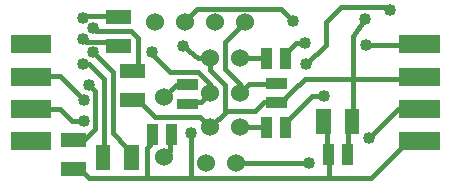
<source format=gbr>
G04 Title: (unknown), layergroup #1 *
G04 Creator: pcb-bin 1.99p *
G04 CreationDate: Tue Aug 24 15:19:08 2004 UTC *
G04 For: marek *
G04 Format: Gerber/RS-274X *
G04 PCB-Dimensions: 145000 59000 *
G04 PCB-Coordinate-Origin: lower left *
%MOIN*%
%FSLAX24Y24*%
G04 contains layers solder (0) GND-sldr (1) Vcc-sldr (2) *
%IPPOS*%
%ADD11C,0.0150*%
%ADD12C,0.0600*%
%ADD13C,0.0800*%
%ADD14R,0.0600X0.0600*%
%ADD15R,0.0800X0.0800*%
%ADD16C,0.0080*%
%ADD17C,0.0660*%
%ADD18C,0.0100*%
%ADD19C,0.0200*%
%ADD20C,0.0500*%
%ADD21C,0.0260*%
%ADD22R,0.0200X0.0200*%
%ADD23R,0.0500X0.0500*%
%ADD24R,0.0260X0.0260*%
%ADD25R,0.0360X0.0360*%
%ADD26R,0.0560X0.0560*%
%ADD27R,0.0420X0.0420*%
%ADD28R,0.0480X0.0480*%
%ADD29R,0.0680X0.0680*%
%ADD30R,0.0540X0.0540*%
%ADD31C,0.0400*%
%LNGROUP_0*%
%LPD*%
G01X0Y0D02*
G54D11*X6100Y1600D02*Y100D01*
X12120D02*X2700D01*
X6200D02*X6100D01*
X12750Y5700D02*X12650Y5800D01*
X13350Y1330D02*X12120Y100D01*
X11500Y2350D02*Y4850D01*
X11900Y5400D02*X11500Y4850D01*
X11950Y4550D02*X13250D01*
X13000Y2400D02*X13250D01*
X9120Y2630D02*X9690Y3200D01*
X10150Y2850D02*X9350Y2050D01*
X10550Y2850D02*X10150D01*
X2550Y2000D02*X2150D01*
X2550Y2700D02*X1750Y3500D01*
X1300D01*
X2150Y2000D02*X1750Y2400D01*
X11350Y1100D02*Y1650D01*
X11320Y1070D02*X11350Y1100D01*
X10650D02*Y1650D01*
Y1100D02*X10700Y1050D01*
X9900Y3400D02*X13250D01*
X4650Y1100D02*Y100D01*
X9120Y2630D02*X9240Y2750D01*
X9700Y3200D02*X9900Y3400D01*
X12650Y5800D02*X11100D01*
X4900Y2150D02*X6400D01*
X4330Y2720D02*X4900Y2150D01*
X4800Y4250D02*Y4300D01*
X5400Y3650D02*X4800Y4250D01*
X6350Y3650D02*X5400D01*
X6750Y3250D02*X6350Y3650D01*
X6750Y2950D02*Y3250D01*
X7750D02*Y3200D01*
X7250Y3750D02*X7750Y3250D01*
X7250Y4650D02*Y3750D01*
X6750Y1800D02*X7300Y2350D01*
X8550Y2650D02*X8700D01*
X6750Y4100D02*Y3700D01*
X7250Y3200D01*
X2600Y4650D02*X3400D01*
X7250Y3200D02*Y2350D01*
X3500Y3650D02*Y1600D01*
X3950Y1150D01*
X10600Y5300D02*X11100Y5800D01*
X5200Y2800D02*X5600Y3200D01*
X10600Y4600D02*Y5300D01*
X2380Y420D02*X2700Y100D01*
X2550Y5500D02*X3650D01*
X4330Y4770D02*X4100Y5000D01*
X4330Y3680D02*Y4770D01*
X9100Y5750D02*X6300D01*
X9500Y5350D02*X9100Y5750D01*
X6350Y4100D02*X6750D01*
X2700Y3900D02*X2500D01*
X6450Y2650D02*X6250D01*
X9600Y4600D02*X9900D01*
X9270Y4270D02*X9600Y4600D01*
X6750Y2950D02*X6450Y2650D01*
X12050Y1450D02*X13000Y2400D01*
X7600Y600D02*X10050D01*
X6300Y5750D02*X5900Y5350D01*
X2850Y4300D02*X3500Y3650D01*
X3200Y1010D02*Y3400D01*
X2700Y3900D01*
X2950Y5000D02*X2850Y5100D01*
X7300Y2350D02*X8250D01*
X8550Y2650D01*
X7250Y4650D02*X7900Y5300D01*
X2900Y3000D02*Y1750D01*
X10700Y1050D02*Y100D01*
X9950Y3900D02*X10600Y4550D01*
X2900Y1750D02*X2500Y1350D01*
X6400Y2150D02*X6550Y2000D01*
X1750Y2400D02*X1300D01*
X4650Y1100D02*X4750Y1200D01*
X5400Y1000D02*Y1250D01*
X2700Y3200D02*X2900Y3000D01*
X8050Y3250D02*X8950D01*
X7750Y2950D02*X8050Y3250D01*
X7750Y1800D02*X8600D01*
X7750Y4100D02*X8600D01*
X5900Y5350D02*Y5300D01*
X3170Y980D02*X3200Y1010D01*
X10600Y4550D02*Y4700D01*
X5600Y3200D02*X5750D01*
X4750Y1200D02*Y1300D01*
X5850Y4500D02*X6350Y4100D01*
X4100Y5000D02*X2950D01*
X2500Y4750D02*X2600Y4650D01*
X5200Y800D02*X5400Y1000D01*
G54D12*X5200Y800D03*
Y2800D03*
X6750Y4100D03*
X7750D03*
X6750Y1800D03*
X7750D03*
Y2950D03*
X6750D03*
X7600Y600D03*
X6600D03*
X7900Y5300D03*
X6900D03*
X5900D03*
X4900D03*
G54D31*X2550Y2000D03*
X2500Y4750D03*
X6100Y1600D03*
X4800Y4300D03*
X2850Y5100D03*
X2550Y2700D03*
X9500Y5350D03*
X2500Y3900D03*
X2850Y4300D03*
X2500Y5450D03*
X5850Y4500D03*
X10050Y600D03*
X9900Y4600D03*
X9950Y3900D03*
X10550Y2850D03*
X2700Y3200D03*
X12050Y1450D03*
X11950Y4550D03*
X11900Y5400D03*
X12750Y5700D03*
G54D14*X13350Y4570D02*X14100D01*
X13350Y1330D02*X14100D01*
X13350Y2410D02*X14100D01*
X13350Y3490D02*X14100D01*
X400Y4570D02*X1150D01*
X400Y1330D02*X1150D01*
X400Y2410D02*X1150D01*
X400Y3490D02*X1150D01*
G54D25*X5830Y2580D02*X6170D01*
X5830Y3220D02*X6170D01*
G54D28*X11480Y2180D02*Y1820D01*
X10520Y2180D02*Y1820D01*
G54D25*X10680Y1070D02*Y730D01*
X11320Y1070D02*Y730D01*
X8780Y3270D02*X9120D01*
X8780Y2630D02*X9120D01*
X9270Y4270D02*Y3930D01*
X8630Y4270D02*Y3930D01*
G54D28*X4130Y980D02*Y620D01*
X3170Y980D02*Y620D01*
X3970Y3680D02*X4330D01*
X3970Y2720D02*X4330D01*
X2020Y420D02*X2380D01*
X2020Y1380D02*X2380D01*
G54D25*X4830Y1720D02*Y1380D01*
X5470Y1720D02*Y1380D01*
G54D28*X3520Y5480D02*X3880D01*
X3520Y4520D02*X3880D01*
G54D25*X9270Y1970D02*Y1630D01*
X8630Y1970D02*Y1630D01*
M02*

</source>
